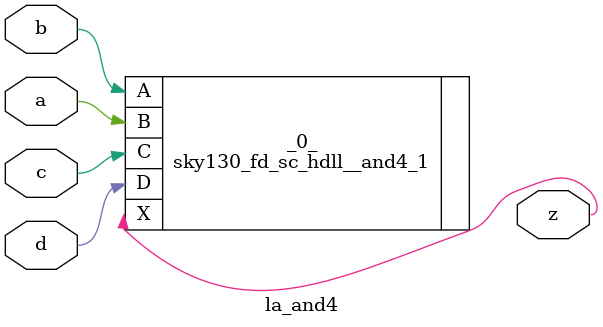
<source format=v>

/* Generated by Yosys 0.37 (git sha1 a5c7f69ed, clang 14.0.0-1ubuntu1.1 -fPIC -Os) */

module la_and4(a, b, c, d, z);
  input a;
  wire a;
  input b;
  wire b;
  input c;
  wire c;
  input d;
  wire d;
  output z;
  wire z;
  sky130_fd_sc_hdll__and4_1 _0_ (
    .A(b),
    .B(a),
    .C(c),
    .D(d),
    .X(z)
  );
endmodule

</source>
